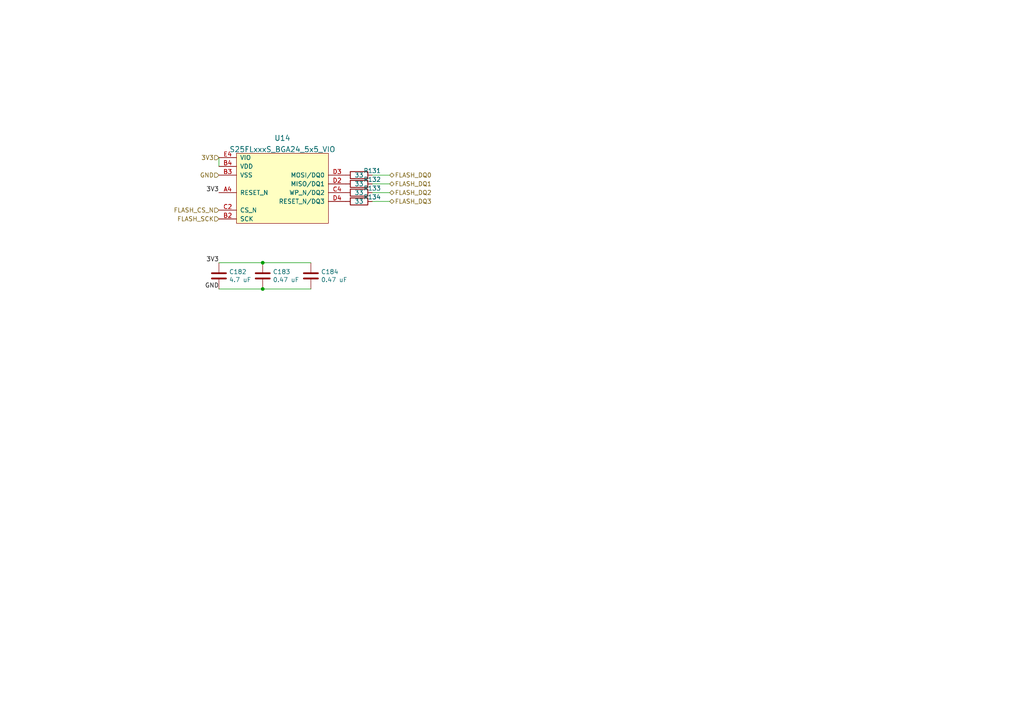
<source format=kicad_sch>
(kicad_sch (version 20211123) (generator eeschema)
  (paper "A4")
  (title_block (title "Active 10/100/1000baseT Tap") (date "2022-12-20") (rev "0.1") (company "Antikernel Labs") (comment 1 "Andrew D. Zonenberg"))
  (lib_symbols
    (symbol "device:C" (pin_numbers hide) (pin_names (offset 0.254))
      (property "Reference" "C" (at 0.635 2.54 0))
      (property "Value" "C" (at 0.635 -2.54 0))
      (symbol "C_0_1"
        (polyline (pts (xy -2.032 -0.762) (xy 2.032 -0.762)) (stroke (width 0.508)))
        (polyline (pts (xy -2.032 0.762) (xy 2.032 0.762)) (stroke (width 0.508)))
      )
      (symbol "C_1_1"
        (pin passive line (at 0 3.81 270) (length 2.794) (name "~") (number "1"))
        (pin passive line (at 0 -3.81 90) (length 2.794) (name "~") (number "2"))
      )
    )
    (symbol "device:R" (pin_numbers hide) (pin_names (offset 0))
      (property "Reference" "R" (at 2.032 0 90))
      (property "Value" "R" (at 0 0 90))
      (symbol "R_0_1"
        (rectangle (start -1.016 -2.54) (end 1.016 2.54) (stroke (width 0.254)))
      )
      (symbol "R_1_1"
        (pin passive line (at 0 3.81 270) (length 1.27) (name "~") (number "1"))
        (pin passive line (at 0 -3.81 90) (length 1.27) (name "~") (number "2"))
      )
    )
    (symbol "memory-azonenberg:S25FLxxxS_BGA24_5x5_VIO" (pin_names (offset 1.016))
      (property "Reference" "U" (at 0 -1.27 0))
      (property "Value" "S25FLxxxS_BGA24_5x5_VIO" (at 0 -3.81 0))
      (symbol "S25FLxxxS_BGA24_5x5_VIO_0_1"
        (rectangle (start 0 20.32) (end 26.67 0) (fill (type background)))
      )
      (symbol "S25FLxxxS_BGA24_5x5_VIO_1_1"
        (pin input line (at -5.08 8.89 0) (length 5.08) (name "RESET_N") (number "A4"))
        (pin input line (at -5.08 1.27 0) (length 5.08) (name "SCK") (number "B2"))
        (pin power_in line (at -5.08 13.97 0) (length 5.08) (name "VSS") (number "B3"))
        (pin power_in line (at -5.08 16.51 0) (length 5.08) (name "VDD") (number "B4"))
        (pin input line (at -5.08 3.81 0) (length 5.08) (name "CS_N") (number "C2"))
        (pin bidirectional line (at 31.75 8.89 180) (length 5.08) (name "WP_N/DQ2") (number "C4"))
        (pin bidirectional line (at 31.75 11.43 180) (length 5.08) (name "MISO/DQ1") (number "D2"))
        (pin bidirectional line (at 31.75 13.97 180) (length 5.08) (name "MOSI/DQ0") (number "D3"))
        (pin bidirectional line (at 31.75 6.35 180) (length 5.08) (name "RESET_N/DQ3") (number "D4"))
        (pin power_in line (at -5.08 19.05 0) (length 5.08) (name "VIO") (number "E4"))
      )
    )
  )
  (junction (at 76.2 76.2))
  (junction (at 76.2 83.82))
  (wire (pts (xy 107.95 50.8) (xy 113.03 50.8)))
  (wire (pts (xy 63.5 83.82) (xy 76.2 83.82)))
  (wire (pts (xy 76.2 76.2) (xy 90.17 76.2)))
  (wire (pts (xy 107.95 58.42) (xy 113.03 58.42)))
  (wire (pts (xy 107.95 53.34) (xy 113.03 53.34)))
  (wire (pts (xy 63.5 45.72) (xy 63.5 48.26)))
  (wire (pts (xy 63.5 76.2) (xy 76.2 76.2)))
  (wire (pts (xy 107.95 55.88) (xy 113.03 55.88)))
  (wire (pts (xy 76.2 83.82) (xy 90.17 83.82)))
  (label "3V3" (at 63.5 55.88 180))
  (label "3V3" (at 63.5 76.2 180))
  (label "GND" (at 63.5 83.82 180))
  (hierarchical_label "FLASH_DQ1" (shape bidirectional) (at 113.03 53.34 0))
  (hierarchical_label "FLASH_SCK" (shape input) (at 63.5 63.5 180))
  (hierarchical_label "FLASH_DQ2" (shape bidirectional) (at 113.03 55.88 0))
  (hierarchical_label "FLASH_DQ0" (shape bidirectional) (at 113.03 50.8 0))
  (hierarchical_label "GND" (shape input) (at 63.5 50.8 180))
  (hierarchical_label "FLASH_DQ3" (shape bidirectional) (at 113.03 58.42 0))
  (hierarchical_label "FLASH_CS_N" (shape input) (at 63.5 60.96 180))
  (hierarchical_label "3V3" (shape input) (at 63.5 45.72 180))
  (symbol (lib_id "device:R") (at 104.14 58.42 90) (unit 1)
    (property "Reference" "R134" (at 107.95 57.15 90))
    (property "Value" "33" (at 104.14 58.42 90))
    (property "Footprint" "azonenberg_pcb:EIA_0402_RES_NOSILK" (effects hide))
  )
  (symbol (lib_id "memory-azonenberg:S25FLxxxS_BGA24_5x5_VIO") (at 68.58 64.77 0) (unit 1)
    (property "Reference" "U14" (at 81.915 40.0461 0) (effects (font (size 1.524 1.524))))
    (property "Value" "S25FLxxxS_BGA24_5x5_VIO" (at 81.915 43.3251 0) (effects (font (size 1.524 1.524))))
    (property "Footprint" "azonenberg_pcb:BGA_24_6x8_DEPOP1_1MM" (effects hide))
  )
  (symbol (lib_id "device:C") (at 90.17 80.01 0) (unit 1)
    (property "Reference" "C184" (at 93.091 78.8416 0) (effects (justify left)))
    (property "Value" "0.47 uF" (at 93.091 81.153 0) (effects (justify left)))
    (property "Footprint" "azonenberg_pcb:EIA_0402_CAP_NOSILK" (effects hide))
  )
  (symbol (lib_id "device:C") (at 76.2 80.01 0) (unit 1)
    (property "Reference" "C183" (at 79.121 78.8416 0) (effects (justify left)))
    (property "Value" "0.47 uF" (at 79.121 81.153 0) (effects (justify left)))
    (property "Footprint" "azonenberg_pcb:EIA_0402_CAP_NOSILK" (effects hide))
  )
  (symbol (lib_id "device:R") (at 104.14 50.8 90) (unit 1)
    (property "Reference" "R131" (at 107.95 49.53 90))
    (property "Value" "33" (at 104.14 50.8 90))
    (property "Footprint" "azonenberg_pcb:EIA_0402_RES_NOSILK" (effects hide))
  )
  (symbol (lib_id "device:C") (at 63.5 80.01 0) (unit 1)
    (property "Reference" "C182" (at 66.421 78.8416 0) (effects (justify left)))
    (property "Value" "4.7 uF" (at 66.421 81.153 0) (effects (justify left)))
    (property "Footprint" "azonenberg_pcb:EIA_0603_CAP_NOSILK" (effects hide))
  )
  (symbol (lib_id "device:R") (at 104.14 55.88 90) (unit 1)
    (property "Reference" "R133" (at 107.95 54.61 90))
    (property "Value" "33" (at 104.14 55.88 90))
    (property "Footprint" "azonenberg_pcb:EIA_0402_RES_NOSILK" (effects hide))
  )
  (symbol (lib_id "device:R") (at 104.14 53.34 90) (unit 1)
    (property "Reference" "R132" (at 107.95 52.07 90))
    (property "Value" "33" (at 104.14 53.34 90))
    (property "Footprint" "azonenberg_pcb:EIA_0402_RES_NOSILK" (effects hide))
  )
)
</source>
